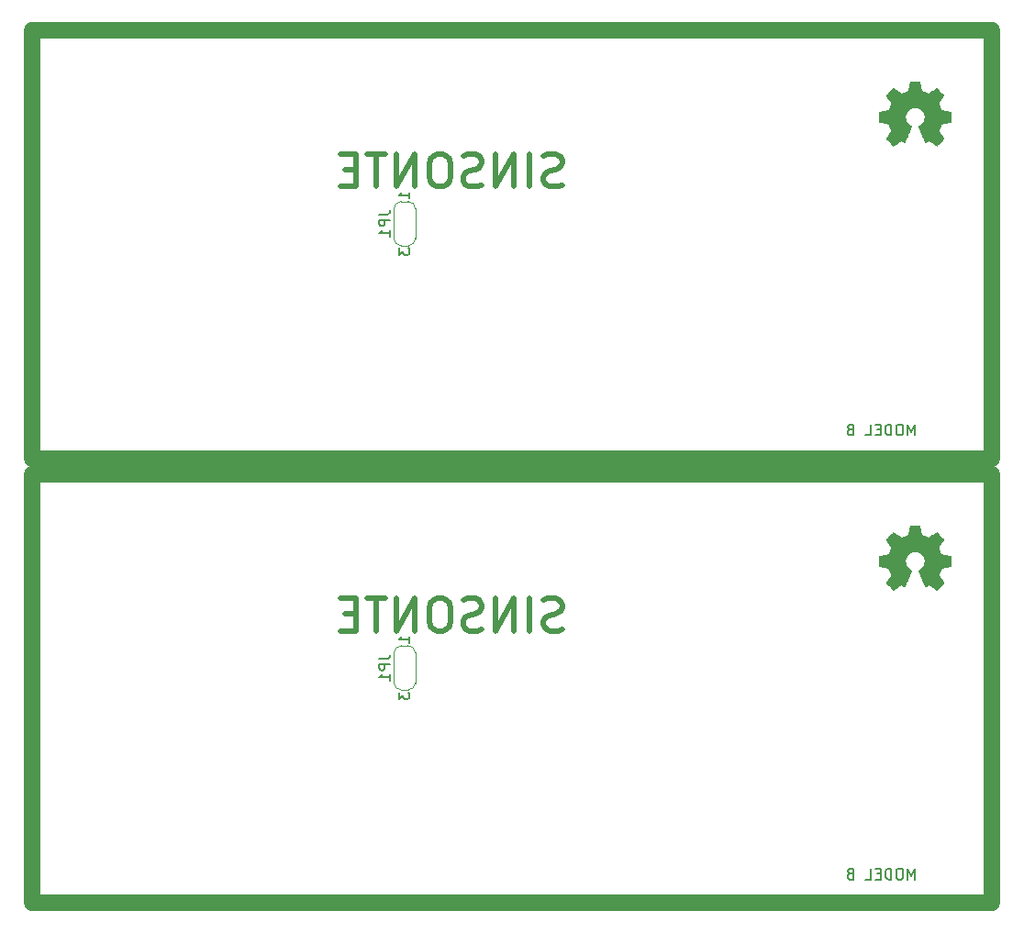
<source format=gbr>
G04 #@! TF.GenerationSoftware,KiCad,Pcbnew,5.1.5+dfsg1-2build2*
G04 #@! TF.CreationDate,2021-11-10T18:08:46-05:00*
G04 #@! TF.ProjectId,,58585858-5858-4585-9858-585858585858,rev?*
G04 #@! TF.SameCoordinates,Original*
G04 #@! TF.FileFunction,Legend,Bot*
G04 #@! TF.FilePolarity,Positive*
%FSLAX46Y46*%
G04 Gerber Fmt 4.6, Leading zero omitted, Abs format (unit mm)*
G04 Created by KiCad (PCBNEW 5.1.5+dfsg1-2build2) date 2021-11-10 18:08:46*
%MOMM*%
%LPD*%
G04 APERTURE LIST*
%ADD10C,1.500000*%
%ADD11C,0.500000*%
%ADD12C,0.150000*%
%ADD13C,0.010000*%
%ADD14C,0.120000*%
G04 APERTURE END LIST*
D10*
X110313000Y-96791900D02*
X198813000Y-96791900D01*
D11*
X159185285Y-111060985D02*
X158756714Y-111203842D01*
X158042428Y-111203842D01*
X157756714Y-111060985D01*
X157613857Y-110918128D01*
X157471000Y-110632414D01*
X157471000Y-110346700D01*
X157613857Y-110060985D01*
X157756714Y-109918128D01*
X158042428Y-109775271D01*
X158613857Y-109632414D01*
X158899571Y-109489557D01*
X159042428Y-109346700D01*
X159185285Y-109060985D01*
X159185285Y-108775271D01*
X159042428Y-108489557D01*
X158899571Y-108346700D01*
X158613857Y-108203842D01*
X157899571Y-108203842D01*
X157471000Y-108346700D01*
X156185285Y-111203842D02*
X156185285Y-108203842D01*
X154756714Y-111203842D02*
X154756714Y-108203842D01*
X153042428Y-111203842D01*
X153042428Y-108203842D01*
X151756714Y-111060985D02*
X151328142Y-111203842D01*
X150613857Y-111203842D01*
X150328142Y-111060985D01*
X150185285Y-110918128D01*
X150042428Y-110632414D01*
X150042428Y-110346700D01*
X150185285Y-110060985D01*
X150328142Y-109918128D01*
X150613857Y-109775271D01*
X151185285Y-109632414D01*
X151471000Y-109489557D01*
X151613857Y-109346700D01*
X151756714Y-109060985D01*
X151756714Y-108775271D01*
X151613857Y-108489557D01*
X151471000Y-108346700D01*
X151185285Y-108203842D01*
X150471000Y-108203842D01*
X150042428Y-108346700D01*
X148185285Y-108203842D02*
X147613857Y-108203842D01*
X147328142Y-108346700D01*
X147042428Y-108632414D01*
X146899571Y-109203842D01*
X146899571Y-110203842D01*
X147042428Y-110775271D01*
X147328142Y-111060985D01*
X147613857Y-111203842D01*
X148185285Y-111203842D01*
X148471000Y-111060985D01*
X148756714Y-110775271D01*
X148899571Y-110203842D01*
X148899571Y-109203842D01*
X148756714Y-108632414D01*
X148471000Y-108346700D01*
X148185285Y-108203842D01*
X145613857Y-111203842D02*
X145613857Y-108203842D01*
X143899571Y-111203842D01*
X143899571Y-108203842D01*
X142899571Y-108203842D02*
X141185285Y-108203842D01*
X142042428Y-111203842D02*
X142042428Y-108203842D01*
X140185285Y-109632414D02*
X139185285Y-109632414D01*
X138756714Y-111203842D02*
X140185285Y-111203842D01*
X140185285Y-108203842D01*
X138756714Y-108203842D01*
D12*
X191753738Y-134149680D02*
X191753738Y-133149680D01*
X191420404Y-133863966D01*
X191087071Y-133149680D01*
X191087071Y-134149680D01*
X190420404Y-133149680D02*
X190229928Y-133149680D01*
X190134690Y-133197300D01*
X190039452Y-133292538D01*
X189991833Y-133483014D01*
X189991833Y-133816347D01*
X190039452Y-134006823D01*
X190134690Y-134102061D01*
X190229928Y-134149680D01*
X190420404Y-134149680D01*
X190515642Y-134102061D01*
X190610880Y-134006823D01*
X190658500Y-133816347D01*
X190658500Y-133483014D01*
X190610880Y-133292538D01*
X190515642Y-133197300D01*
X190420404Y-133149680D01*
X189563261Y-134149680D02*
X189563261Y-133149680D01*
X189325166Y-133149680D01*
X189182309Y-133197300D01*
X189087071Y-133292538D01*
X189039452Y-133387776D01*
X188991833Y-133578252D01*
X188991833Y-133721109D01*
X189039452Y-133911585D01*
X189087071Y-134006823D01*
X189182309Y-134102061D01*
X189325166Y-134149680D01*
X189563261Y-134149680D01*
X188563261Y-133625871D02*
X188229928Y-133625871D01*
X188087071Y-134149680D02*
X188563261Y-134149680D01*
X188563261Y-133149680D01*
X188087071Y-133149680D01*
X187182309Y-134149680D02*
X187658500Y-134149680D01*
X187658500Y-133149680D01*
X185753738Y-133625871D02*
X185610880Y-133673490D01*
X185563261Y-133721109D01*
X185515642Y-133816347D01*
X185515642Y-133959204D01*
X185563261Y-134054442D01*
X185610880Y-134102061D01*
X185706119Y-134149680D01*
X186087071Y-134149680D01*
X186087071Y-133149680D01*
X185753738Y-133149680D01*
X185658500Y-133197300D01*
X185610880Y-133244919D01*
X185563261Y-133340157D01*
X185563261Y-133435395D01*
X185610880Y-133530633D01*
X185658500Y-133578252D01*
X185753738Y-133625871D01*
X186087071Y-133625871D01*
D10*
X198813000Y-96791900D02*
X198813000Y-136291900D01*
X110313000Y-96791900D02*
X110313000Y-136291900D01*
X110313000Y-136291900D02*
X198813000Y-136291900D01*
D12*
X191753738Y-93149680D02*
X191753738Y-92149680D01*
X191420404Y-92863966D01*
X191087071Y-92149680D01*
X191087071Y-93149680D01*
X190420404Y-92149680D02*
X190229928Y-92149680D01*
X190134690Y-92197300D01*
X190039452Y-92292538D01*
X189991833Y-92483014D01*
X189991833Y-92816347D01*
X190039452Y-93006823D01*
X190134690Y-93102061D01*
X190229928Y-93149680D01*
X190420404Y-93149680D01*
X190515642Y-93102061D01*
X190610880Y-93006823D01*
X190658500Y-92816347D01*
X190658500Y-92483014D01*
X190610880Y-92292538D01*
X190515642Y-92197300D01*
X190420404Y-92149680D01*
X189563261Y-93149680D02*
X189563261Y-92149680D01*
X189325166Y-92149680D01*
X189182309Y-92197300D01*
X189087071Y-92292538D01*
X189039452Y-92387776D01*
X188991833Y-92578252D01*
X188991833Y-92721109D01*
X189039452Y-92911585D01*
X189087071Y-93006823D01*
X189182309Y-93102061D01*
X189325166Y-93149680D01*
X189563261Y-93149680D01*
X188563261Y-92625871D02*
X188229928Y-92625871D01*
X188087071Y-93149680D02*
X188563261Y-93149680D01*
X188563261Y-92149680D01*
X188087071Y-92149680D01*
X187182309Y-93149680D02*
X187658500Y-93149680D01*
X187658500Y-92149680D01*
X185753738Y-92625871D02*
X185610880Y-92673490D01*
X185563261Y-92721109D01*
X185515642Y-92816347D01*
X185515642Y-92959204D01*
X185563261Y-93054442D01*
X185610880Y-93102061D01*
X185706119Y-93149680D01*
X186087071Y-93149680D01*
X186087071Y-92149680D01*
X185753738Y-92149680D01*
X185658500Y-92197300D01*
X185610880Y-92244919D01*
X185563261Y-92340157D01*
X185563261Y-92435395D01*
X185610880Y-92530633D01*
X185658500Y-92578252D01*
X185753738Y-92625871D01*
X186087071Y-92625871D01*
D11*
X159185285Y-70060985D02*
X158756714Y-70203842D01*
X158042428Y-70203842D01*
X157756714Y-70060985D01*
X157613857Y-69918128D01*
X157471000Y-69632414D01*
X157471000Y-69346700D01*
X157613857Y-69060985D01*
X157756714Y-68918128D01*
X158042428Y-68775271D01*
X158613857Y-68632414D01*
X158899571Y-68489557D01*
X159042428Y-68346700D01*
X159185285Y-68060985D01*
X159185285Y-67775271D01*
X159042428Y-67489557D01*
X158899571Y-67346700D01*
X158613857Y-67203842D01*
X157899571Y-67203842D01*
X157471000Y-67346700D01*
X156185285Y-70203842D02*
X156185285Y-67203842D01*
X154756714Y-70203842D02*
X154756714Y-67203842D01*
X153042428Y-70203842D01*
X153042428Y-67203842D01*
X151756714Y-70060985D02*
X151328142Y-70203842D01*
X150613857Y-70203842D01*
X150328142Y-70060985D01*
X150185285Y-69918128D01*
X150042428Y-69632414D01*
X150042428Y-69346700D01*
X150185285Y-69060985D01*
X150328142Y-68918128D01*
X150613857Y-68775271D01*
X151185285Y-68632414D01*
X151471000Y-68489557D01*
X151613857Y-68346700D01*
X151756714Y-68060985D01*
X151756714Y-67775271D01*
X151613857Y-67489557D01*
X151471000Y-67346700D01*
X151185285Y-67203842D01*
X150471000Y-67203842D01*
X150042428Y-67346700D01*
X148185285Y-67203842D02*
X147613857Y-67203842D01*
X147328142Y-67346700D01*
X147042428Y-67632414D01*
X146899571Y-68203842D01*
X146899571Y-69203842D01*
X147042428Y-69775271D01*
X147328142Y-70060985D01*
X147613857Y-70203842D01*
X148185285Y-70203842D01*
X148471000Y-70060985D01*
X148756714Y-69775271D01*
X148899571Y-69203842D01*
X148899571Y-68203842D01*
X148756714Y-67632414D01*
X148471000Y-67346700D01*
X148185285Y-67203842D01*
X145613857Y-70203842D02*
X145613857Y-67203842D01*
X143899571Y-70203842D01*
X143899571Y-67203842D01*
X142899571Y-67203842D02*
X141185285Y-67203842D01*
X142042428Y-70203842D02*
X142042428Y-67203842D01*
X140185285Y-68632414D02*
X139185285Y-68632414D01*
X138756714Y-70203842D02*
X140185285Y-70203842D01*
X140185285Y-67203842D01*
X138756714Y-67203842D01*
D10*
X110313000Y-55791900D02*
X198813000Y-55791900D01*
X110313000Y-95291900D02*
X198813000Y-95291900D01*
X110313000Y-55791900D02*
X110313000Y-95291900D01*
X198813000Y-55791900D02*
X198813000Y-95291900D01*
D13*
G36*
X191176086Y-101930831D02*
G01*
X191092265Y-102375455D01*
X190782980Y-102502953D01*
X190473694Y-102630451D01*
X190102654Y-102378146D01*
X189998743Y-102307896D01*
X189904813Y-102245172D01*
X189825248Y-102192838D01*
X189764430Y-102153757D01*
X189726743Y-102130793D01*
X189716479Y-102125842D01*
X189697990Y-102138576D01*
X189658480Y-102173782D01*
X189602378Y-102226962D01*
X189534113Y-102293618D01*
X189458114Y-102369254D01*
X189378808Y-102449372D01*
X189300625Y-102529474D01*
X189227993Y-102605064D01*
X189165341Y-102671645D01*
X189117097Y-102724718D01*
X189087690Y-102759787D01*
X189080659Y-102771523D01*
X189090777Y-102793160D01*
X189119141Y-102840562D01*
X189162771Y-102909093D01*
X189218682Y-102994115D01*
X189283894Y-103090993D01*
X189321681Y-103146250D01*
X189390557Y-103247148D01*
X189451760Y-103338199D01*
X189502322Y-103414870D01*
X189539272Y-103472628D01*
X189559642Y-103506943D01*
X189562703Y-103514154D01*
X189555764Y-103534648D01*
X189536849Y-103582413D01*
X189508813Y-103650732D01*
X189474509Y-103732889D01*
X189436791Y-103822170D01*
X189398513Y-103911858D01*
X189362530Y-103995238D01*
X189331694Y-104065594D01*
X189308861Y-104116210D01*
X189296883Y-104140371D01*
X189296176Y-104141322D01*
X189277369Y-104145936D01*
X189227282Y-104156228D01*
X189151107Y-104171187D01*
X189054035Y-104189801D01*
X188941257Y-104211059D01*
X188875458Y-104223318D01*
X188754950Y-104246262D01*
X188646103Y-104268095D01*
X188554424Y-104287622D01*
X188485419Y-104303648D01*
X188444596Y-104314979D01*
X188436389Y-104318574D01*
X188428352Y-104342906D01*
X188421867Y-104397859D01*
X188416930Y-104477008D01*
X188413536Y-104573926D01*
X188411682Y-104682187D01*
X188411362Y-104795365D01*
X188412573Y-104907035D01*
X188415310Y-105010768D01*
X188419569Y-105100141D01*
X188425345Y-105168726D01*
X188432633Y-105210097D01*
X188437005Y-105218710D01*
X188463136Y-105229033D01*
X188518507Y-105243792D01*
X188595793Y-105261252D01*
X188687670Y-105279680D01*
X188719742Y-105285641D01*
X188874376Y-105313966D01*
X188996525Y-105336776D01*
X189090227Y-105354980D01*
X189159516Y-105369483D01*
X189208429Y-105381192D01*
X189241003Y-105391015D01*
X189261272Y-105399856D01*
X189273274Y-105408624D01*
X189274953Y-105410357D01*
X189291716Y-105438271D01*
X189317286Y-105492595D01*
X189349112Y-105566677D01*
X189384640Y-105653865D01*
X189421317Y-105747508D01*
X189456589Y-105840952D01*
X189487904Y-105927547D01*
X189512707Y-106000640D01*
X189528446Y-106053578D01*
X189532568Y-106079711D01*
X189532224Y-106080626D01*
X189518259Y-106101986D01*
X189486578Y-106148984D01*
X189440509Y-106216727D01*
X189383382Y-106300323D01*
X189318527Y-106394882D01*
X189300057Y-106421754D01*
X189234201Y-106519175D01*
X189176250Y-106608063D01*
X189129362Y-106683312D01*
X189096693Y-106739820D01*
X189081400Y-106772481D01*
X189080659Y-106776493D01*
X189093508Y-106797584D01*
X189129012Y-106839364D01*
X189182607Y-106897345D01*
X189249729Y-106967035D01*
X189325813Y-107043945D01*
X189406296Y-107123583D01*
X189486613Y-107201461D01*
X189562201Y-107273086D01*
X189628495Y-107333970D01*
X189680931Y-107379621D01*
X189714945Y-107405550D01*
X189724355Y-107409783D01*
X189746257Y-107399812D01*
X189791100Y-107372920D01*
X189851579Y-107333636D01*
X189898111Y-107302017D01*
X189982425Y-107243998D01*
X190082274Y-107175684D01*
X190182427Y-107107479D01*
X190236273Y-107070975D01*
X190418529Y-106947700D01*
X190571519Y-107030420D01*
X190641218Y-107066659D01*
X190700486Y-107094826D01*
X190740589Y-107110891D01*
X190750797Y-107113126D01*
X190763071Y-107096622D01*
X190787287Y-107049982D01*
X190821637Y-106977509D01*
X190864312Y-106883506D01*
X190913506Y-106772274D01*
X190967410Y-106648115D01*
X191024216Y-106515332D01*
X191082118Y-106378227D01*
X191139307Y-106241102D01*
X191193976Y-106108258D01*
X191244316Y-105983998D01*
X191288520Y-105872625D01*
X191324781Y-105778439D01*
X191351291Y-105705744D01*
X191366242Y-105658841D01*
X191368646Y-105642733D01*
X191349589Y-105622186D01*
X191307864Y-105588833D01*
X191252194Y-105549602D01*
X191247522Y-105546499D01*
X191103636Y-105431323D01*
X190987617Y-105296953D01*
X190900470Y-105147684D01*
X190843201Y-104987813D01*
X190816814Y-104821637D01*
X190822315Y-104653452D01*
X190860710Y-104487555D01*
X190933005Y-104328242D01*
X190954274Y-104293387D01*
X191064904Y-104152637D01*
X191195598Y-104039614D01*
X191341836Y-103954903D01*
X191499092Y-103899094D01*
X191662843Y-103872774D01*
X191828567Y-103876530D01*
X191991738Y-103910950D01*
X192147835Y-103976623D01*
X192292333Y-104074135D01*
X192337031Y-104113713D01*
X192450788Y-104237603D01*
X192533682Y-104368024D01*
X192590544Y-104514215D01*
X192622213Y-104658988D01*
X192630031Y-104821760D01*
X192603962Y-104985340D01*
X192546655Y-105144198D01*
X192460756Y-105292806D01*
X192348914Y-105425635D01*
X192213777Y-105537156D01*
X192196017Y-105548911D01*
X192139750Y-105587408D01*
X192096977Y-105620763D01*
X192076528Y-105642060D01*
X192076231Y-105642733D01*
X192080621Y-105665771D01*
X192098024Y-105718057D01*
X192126632Y-105795290D01*
X192164635Y-105893168D01*
X192210226Y-106007391D01*
X192261597Y-106133658D01*
X192316938Y-106267667D01*
X192374442Y-106405118D01*
X192432299Y-106541708D01*
X192488702Y-106673137D01*
X192541842Y-106795105D01*
X192589910Y-106903309D01*
X192631099Y-106993449D01*
X192663599Y-107061223D01*
X192685603Y-107102330D01*
X192694464Y-107113126D01*
X192721540Y-107104719D01*
X192772203Y-107082172D01*
X192837717Y-107049513D01*
X192873741Y-107030420D01*
X193026732Y-106947700D01*
X193208988Y-107070975D01*
X193302025Y-107134128D01*
X193403885Y-107203627D01*
X193499338Y-107269065D01*
X193547150Y-107302017D01*
X193614395Y-107347173D01*
X193671336Y-107382957D01*
X193710546Y-107404838D01*
X193723281Y-107409463D01*
X193741817Y-107396985D01*
X193782841Y-107362152D01*
X193842375Y-107308578D01*
X193916442Y-107239883D01*
X194001065Y-107159681D01*
X194054585Y-107108186D01*
X194148219Y-107016186D01*
X194229141Y-106933899D01*
X194294077Y-106864845D01*
X194339758Y-106812544D01*
X194362911Y-106780516D01*
X194365132Y-106774016D01*
X194354824Y-106749294D01*
X194326339Y-106699305D01*
X194282837Y-106629112D01*
X194227477Y-106543775D01*
X194163420Y-106448356D01*
X194145203Y-106421754D01*
X194078827Y-106325067D01*
X194019278Y-106238017D01*
X193969884Y-106165495D01*
X193933975Y-106112393D01*
X193914881Y-106083603D01*
X193913036Y-106080626D01*
X193915795Y-106057682D01*
X193930438Y-106007236D01*
X193954413Y-105935941D01*
X193985166Y-105850447D01*
X194020144Y-105757407D01*
X194056793Y-105663474D01*
X194092561Y-105575299D01*
X194124894Y-105499534D01*
X194151238Y-105442831D01*
X194169042Y-105411843D01*
X194170307Y-105410357D01*
X194181194Y-105401501D01*
X194199582Y-105392743D01*
X194229506Y-105383177D01*
X194275003Y-105371896D01*
X194340109Y-105357993D01*
X194428861Y-105340563D01*
X194545293Y-105318698D01*
X194693442Y-105291491D01*
X194725518Y-105285641D01*
X194820586Y-105267274D01*
X194903465Y-105249305D01*
X194966830Y-105233469D01*
X195003358Y-105221500D01*
X195008256Y-105218710D01*
X195016327Y-105193972D01*
X195022887Y-105138690D01*
X195027933Y-105059289D01*
X195031459Y-104962196D01*
X195033461Y-104853838D01*
X195033936Y-104740640D01*
X195032877Y-104629028D01*
X195030282Y-104525429D01*
X195026146Y-104436268D01*
X195020463Y-104367972D01*
X195013231Y-104326966D01*
X195008871Y-104318574D01*
X194984598Y-104310108D01*
X194929326Y-104296335D01*
X194848562Y-104278450D01*
X194747812Y-104257648D01*
X194632583Y-104235123D01*
X194569802Y-104223318D01*
X194450687Y-104201051D01*
X194344465Y-104180879D01*
X194256327Y-104163815D01*
X194191466Y-104150869D01*
X194155074Y-104143055D01*
X194149084Y-104141322D01*
X194138961Y-104121790D01*
X194117562Y-104074743D01*
X194087739Y-104006903D01*
X194052345Y-103924991D01*
X194014232Y-103835728D01*
X193976253Y-103745835D01*
X193941260Y-103662035D01*
X193912106Y-103591047D01*
X193891643Y-103539594D01*
X193882723Y-103514397D01*
X193882557Y-103513296D01*
X193892669Y-103493419D01*
X193921017Y-103447677D01*
X193964623Y-103380617D01*
X194020506Y-103296784D01*
X194085687Y-103200726D01*
X194123579Y-103145550D01*
X194192625Y-103044381D01*
X194253950Y-102952530D01*
X194304563Y-102874644D01*
X194341471Y-102815369D01*
X194361682Y-102779351D01*
X194364601Y-102771277D01*
X194352053Y-102752484D01*
X194317363Y-102712357D01*
X194264963Y-102655393D01*
X194199284Y-102586085D01*
X194124756Y-102508931D01*
X194045813Y-102428425D01*
X193966883Y-102349063D01*
X193892400Y-102275340D01*
X193826794Y-102211752D01*
X193774496Y-102162794D01*
X193739939Y-102132961D01*
X193728378Y-102125842D01*
X193709554Y-102135853D01*
X193664531Y-102163978D01*
X193597687Y-102207354D01*
X193513399Y-102263118D01*
X193416044Y-102328406D01*
X193342607Y-102378146D01*
X192971567Y-102630451D01*
X192352995Y-102375455D01*
X192269175Y-101930831D01*
X192185354Y-101486207D01*
X191259906Y-101486207D01*
X191176086Y-101930831D01*
G37*
X191176086Y-101930831D02*
X191092265Y-102375455D01*
X190782980Y-102502953D01*
X190473694Y-102630451D01*
X190102654Y-102378146D01*
X189998743Y-102307896D01*
X189904813Y-102245172D01*
X189825248Y-102192838D01*
X189764430Y-102153757D01*
X189726743Y-102130793D01*
X189716479Y-102125842D01*
X189697990Y-102138576D01*
X189658480Y-102173782D01*
X189602378Y-102226962D01*
X189534113Y-102293618D01*
X189458114Y-102369254D01*
X189378808Y-102449372D01*
X189300625Y-102529474D01*
X189227993Y-102605064D01*
X189165341Y-102671645D01*
X189117097Y-102724718D01*
X189087690Y-102759787D01*
X189080659Y-102771523D01*
X189090777Y-102793160D01*
X189119141Y-102840562D01*
X189162771Y-102909093D01*
X189218682Y-102994115D01*
X189283894Y-103090993D01*
X189321681Y-103146250D01*
X189390557Y-103247148D01*
X189451760Y-103338199D01*
X189502322Y-103414870D01*
X189539272Y-103472628D01*
X189559642Y-103506943D01*
X189562703Y-103514154D01*
X189555764Y-103534648D01*
X189536849Y-103582413D01*
X189508813Y-103650732D01*
X189474509Y-103732889D01*
X189436791Y-103822170D01*
X189398513Y-103911858D01*
X189362530Y-103995238D01*
X189331694Y-104065594D01*
X189308861Y-104116210D01*
X189296883Y-104140371D01*
X189296176Y-104141322D01*
X189277369Y-104145936D01*
X189227282Y-104156228D01*
X189151107Y-104171187D01*
X189054035Y-104189801D01*
X188941257Y-104211059D01*
X188875458Y-104223318D01*
X188754950Y-104246262D01*
X188646103Y-104268095D01*
X188554424Y-104287622D01*
X188485419Y-104303648D01*
X188444596Y-104314979D01*
X188436389Y-104318574D01*
X188428352Y-104342906D01*
X188421867Y-104397859D01*
X188416930Y-104477008D01*
X188413536Y-104573926D01*
X188411682Y-104682187D01*
X188411362Y-104795365D01*
X188412573Y-104907035D01*
X188415310Y-105010768D01*
X188419569Y-105100141D01*
X188425345Y-105168726D01*
X188432633Y-105210097D01*
X188437005Y-105218710D01*
X188463136Y-105229033D01*
X188518507Y-105243792D01*
X188595793Y-105261252D01*
X188687670Y-105279680D01*
X188719742Y-105285641D01*
X188874376Y-105313966D01*
X188996525Y-105336776D01*
X189090227Y-105354980D01*
X189159516Y-105369483D01*
X189208429Y-105381192D01*
X189241003Y-105391015D01*
X189261272Y-105399856D01*
X189273274Y-105408624D01*
X189274953Y-105410357D01*
X189291716Y-105438271D01*
X189317286Y-105492595D01*
X189349112Y-105566677D01*
X189384640Y-105653865D01*
X189421317Y-105747508D01*
X189456589Y-105840952D01*
X189487904Y-105927547D01*
X189512707Y-106000640D01*
X189528446Y-106053578D01*
X189532568Y-106079711D01*
X189532224Y-106080626D01*
X189518259Y-106101986D01*
X189486578Y-106148984D01*
X189440509Y-106216727D01*
X189383382Y-106300323D01*
X189318527Y-106394882D01*
X189300057Y-106421754D01*
X189234201Y-106519175D01*
X189176250Y-106608063D01*
X189129362Y-106683312D01*
X189096693Y-106739820D01*
X189081400Y-106772481D01*
X189080659Y-106776493D01*
X189093508Y-106797584D01*
X189129012Y-106839364D01*
X189182607Y-106897345D01*
X189249729Y-106967035D01*
X189325813Y-107043945D01*
X189406296Y-107123583D01*
X189486613Y-107201461D01*
X189562201Y-107273086D01*
X189628495Y-107333970D01*
X189680931Y-107379621D01*
X189714945Y-107405550D01*
X189724355Y-107409783D01*
X189746257Y-107399812D01*
X189791100Y-107372920D01*
X189851579Y-107333636D01*
X189898111Y-107302017D01*
X189982425Y-107243998D01*
X190082274Y-107175684D01*
X190182427Y-107107479D01*
X190236273Y-107070975D01*
X190418529Y-106947700D01*
X190571519Y-107030420D01*
X190641218Y-107066659D01*
X190700486Y-107094826D01*
X190740589Y-107110891D01*
X190750797Y-107113126D01*
X190763071Y-107096622D01*
X190787287Y-107049982D01*
X190821637Y-106977509D01*
X190864312Y-106883506D01*
X190913506Y-106772274D01*
X190967410Y-106648115D01*
X191024216Y-106515332D01*
X191082118Y-106378227D01*
X191139307Y-106241102D01*
X191193976Y-106108258D01*
X191244316Y-105983998D01*
X191288520Y-105872625D01*
X191324781Y-105778439D01*
X191351291Y-105705744D01*
X191366242Y-105658841D01*
X191368646Y-105642733D01*
X191349589Y-105622186D01*
X191307864Y-105588833D01*
X191252194Y-105549602D01*
X191247522Y-105546499D01*
X191103636Y-105431323D01*
X190987617Y-105296953D01*
X190900470Y-105147684D01*
X190843201Y-104987813D01*
X190816814Y-104821637D01*
X190822315Y-104653452D01*
X190860710Y-104487555D01*
X190933005Y-104328242D01*
X190954274Y-104293387D01*
X191064904Y-104152637D01*
X191195598Y-104039614D01*
X191341836Y-103954903D01*
X191499092Y-103899094D01*
X191662843Y-103872774D01*
X191828567Y-103876530D01*
X191991738Y-103910950D01*
X192147835Y-103976623D01*
X192292333Y-104074135D01*
X192337031Y-104113713D01*
X192450788Y-104237603D01*
X192533682Y-104368024D01*
X192590544Y-104514215D01*
X192622213Y-104658988D01*
X192630031Y-104821760D01*
X192603962Y-104985340D01*
X192546655Y-105144198D01*
X192460756Y-105292806D01*
X192348914Y-105425635D01*
X192213777Y-105537156D01*
X192196017Y-105548911D01*
X192139750Y-105587408D01*
X192096977Y-105620763D01*
X192076528Y-105642060D01*
X192076231Y-105642733D01*
X192080621Y-105665771D01*
X192098024Y-105718057D01*
X192126632Y-105795290D01*
X192164635Y-105893168D01*
X192210226Y-106007391D01*
X192261597Y-106133658D01*
X192316938Y-106267667D01*
X192374442Y-106405118D01*
X192432299Y-106541708D01*
X192488702Y-106673137D01*
X192541842Y-106795105D01*
X192589910Y-106903309D01*
X192631099Y-106993449D01*
X192663599Y-107061223D01*
X192685603Y-107102330D01*
X192694464Y-107113126D01*
X192721540Y-107104719D01*
X192772203Y-107082172D01*
X192837717Y-107049513D01*
X192873741Y-107030420D01*
X193026732Y-106947700D01*
X193208988Y-107070975D01*
X193302025Y-107134128D01*
X193403885Y-107203627D01*
X193499338Y-107269065D01*
X193547150Y-107302017D01*
X193614395Y-107347173D01*
X193671336Y-107382957D01*
X193710546Y-107404838D01*
X193723281Y-107409463D01*
X193741817Y-107396985D01*
X193782841Y-107362152D01*
X193842375Y-107308578D01*
X193916442Y-107239883D01*
X194001065Y-107159681D01*
X194054585Y-107108186D01*
X194148219Y-107016186D01*
X194229141Y-106933899D01*
X194294077Y-106864845D01*
X194339758Y-106812544D01*
X194362911Y-106780516D01*
X194365132Y-106774016D01*
X194354824Y-106749294D01*
X194326339Y-106699305D01*
X194282837Y-106629112D01*
X194227477Y-106543775D01*
X194163420Y-106448356D01*
X194145203Y-106421754D01*
X194078827Y-106325067D01*
X194019278Y-106238017D01*
X193969884Y-106165495D01*
X193933975Y-106112393D01*
X193914881Y-106083603D01*
X193913036Y-106080626D01*
X193915795Y-106057682D01*
X193930438Y-106007236D01*
X193954413Y-105935941D01*
X193985166Y-105850447D01*
X194020144Y-105757407D01*
X194056793Y-105663474D01*
X194092561Y-105575299D01*
X194124894Y-105499534D01*
X194151238Y-105442831D01*
X194169042Y-105411843D01*
X194170307Y-105410357D01*
X194181194Y-105401501D01*
X194199582Y-105392743D01*
X194229506Y-105383177D01*
X194275003Y-105371896D01*
X194340109Y-105357993D01*
X194428861Y-105340563D01*
X194545293Y-105318698D01*
X194693442Y-105291491D01*
X194725518Y-105285641D01*
X194820586Y-105267274D01*
X194903465Y-105249305D01*
X194966830Y-105233469D01*
X195003358Y-105221500D01*
X195008256Y-105218710D01*
X195016327Y-105193972D01*
X195022887Y-105138690D01*
X195027933Y-105059289D01*
X195031459Y-104962196D01*
X195033461Y-104853838D01*
X195033936Y-104740640D01*
X195032877Y-104629028D01*
X195030282Y-104525429D01*
X195026146Y-104436268D01*
X195020463Y-104367972D01*
X195013231Y-104326966D01*
X195008871Y-104318574D01*
X194984598Y-104310108D01*
X194929326Y-104296335D01*
X194848562Y-104278450D01*
X194747812Y-104257648D01*
X194632583Y-104235123D01*
X194569802Y-104223318D01*
X194450687Y-104201051D01*
X194344465Y-104180879D01*
X194256327Y-104163815D01*
X194191466Y-104150869D01*
X194155074Y-104143055D01*
X194149084Y-104141322D01*
X194138961Y-104121790D01*
X194117562Y-104074743D01*
X194087739Y-104006903D01*
X194052345Y-103924991D01*
X194014232Y-103835728D01*
X193976253Y-103745835D01*
X193941260Y-103662035D01*
X193912106Y-103591047D01*
X193891643Y-103539594D01*
X193882723Y-103514397D01*
X193882557Y-103513296D01*
X193892669Y-103493419D01*
X193921017Y-103447677D01*
X193964623Y-103380617D01*
X194020506Y-103296784D01*
X194085687Y-103200726D01*
X194123579Y-103145550D01*
X194192625Y-103044381D01*
X194253950Y-102952530D01*
X194304563Y-102874644D01*
X194341471Y-102815369D01*
X194361682Y-102779351D01*
X194364601Y-102771277D01*
X194352053Y-102752484D01*
X194317363Y-102712357D01*
X194264963Y-102655393D01*
X194199284Y-102586085D01*
X194124756Y-102508931D01*
X194045813Y-102428425D01*
X193966883Y-102349063D01*
X193892400Y-102275340D01*
X193826794Y-102211752D01*
X193774496Y-102162794D01*
X193739939Y-102132961D01*
X193728378Y-102125842D01*
X193709554Y-102135853D01*
X193664531Y-102163978D01*
X193597687Y-102207354D01*
X193513399Y-102263118D01*
X193416044Y-102328406D01*
X193342607Y-102378146D01*
X192971567Y-102630451D01*
X192352995Y-102375455D01*
X192269175Y-101930831D01*
X192185354Y-101486207D01*
X191259906Y-101486207D01*
X191176086Y-101930831D01*
D14*
X144953000Y-112571900D02*
X144353000Y-112571900D01*
X145653000Y-116021900D02*
X145653000Y-113221900D01*
X144353000Y-116671900D02*
X144953000Y-116671900D01*
X143653000Y-113221900D02*
X143653000Y-116021900D01*
X143653000Y-115971900D02*
G75*
G03X144353000Y-116671900I700000J0D01*
G01*
X144953000Y-116671900D02*
G75*
G03X145653000Y-115971900I0J700000D01*
G01*
X145653000Y-113271900D02*
G75*
G03X144953000Y-112571900I-700000J0D01*
G01*
X144353000Y-112571900D02*
G75*
G03X143653000Y-113271900I0J-700000D01*
G01*
D13*
G36*
X191176086Y-60930831D02*
G01*
X191092265Y-61375455D01*
X190782980Y-61502953D01*
X190473694Y-61630451D01*
X190102654Y-61378146D01*
X189998743Y-61307896D01*
X189904813Y-61245172D01*
X189825248Y-61192838D01*
X189764430Y-61153757D01*
X189726743Y-61130793D01*
X189716479Y-61125842D01*
X189697990Y-61138576D01*
X189658480Y-61173782D01*
X189602378Y-61226962D01*
X189534113Y-61293618D01*
X189458114Y-61369254D01*
X189378808Y-61449372D01*
X189300625Y-61529474D01*
X189227993Y-61605064D01*
X189165341Y-61671645D01*
X189117097Y-61724718D01*
X189087690Y-61759787D01*
X189080659Y-61771523D01*
X189090777Y-61793160D01*
X189119141Y-61840562D01*
X189162771Y-61909093D01*
X189218682Y-61994115D01*
X189283894Y-62090993D01*
X189321681Y-62146250D01*
X189390557Y-62247148D01*
X189451760Y-62338199D01*
X189502322Y-62414870D01*
X189539272Y-62472628D01*
X189559642Y-62506943D01*
X189562703Y-62514154D01*
X189555764Y-62534648D01*
X189536849Y-62582413D01*
X189508813Y-62650732D01*
X189474509Y-62732889D01*
X189436791Y-62822170D01*
X189398513Y-62911858D01*
X189362530Y-62995238D01*
X189331694Y-63065594D01*
X189308861Y-63116210D01*
X189296883Y-63140371D01*
X189296176Y-63141322D01*
X189277369Y-63145936D01*
X189227282Y-63156228D01*
X189151107Y-63171187D01*
X189054035Y-63189801D01*
X188941257Y-63211059D01*
X188875458Y-63223318D01*
X188754950Y-63246262D01*
X188646103Y-63268095D01*
X188554424Y-63287622D01*
X188485419Y-63303648D01*
X188444596Y-63314979D01*
X188436389Y-63318574D01*
X188428352Y-63342906D01*
X188421867Y-63397859D01*
X188416930Y-63477008D01*
X188413536Y-63573926D01*
X188411682Y-63682187D01*
X188411362Y-63795365D01*
X188412573Y-63907035D01*
X188415310Y-64010768D01*
X188419569Y-64100141D01*
X188425345Y-64168726D01*
X188432633Y-64210097D01*
X188437005Y-64218710D01*
X188463136Y-64229033D01*
X188518507Y-64243792D01*
X188595793Y-64261252D01*
X188687670Y-64279680D01*
X188719742Y-64285641D01*
X188874376Y-64313966D01*
X188996525Y-64336776D01*
X189090227Y-64354980D01*
X189159516Y-64369483D01*
X189208429Y-64381192D01*
X189241003Y-64391015D01*
X189261272Y-64399856D01*
X189273274Y-64408624D01*
X189274953Y-64410357D01*
X189291716Y-64438271D01*
X189317286Y-64492595D01*
X189349112Y-64566677D01*
X189384640Y-64653865D01*
X189421317Y-64747508D01*
X189456589Y-64840952D01*
X189487904Y-64927547D01*
X189512707Y-65000640D01*
X189528446Y-65053578D01*
X189532568Y-65079711D01*
X189532224Y-65080626D01*
X189518259Y-65101986D01*
X189486578Y-65148984D01*
X189440509Y-65216727D01*
X189383382Y-65300323D01*
X189318527Y-65394882D01*
X189300057Y-65421754D01*
X189234201Y-65519175D01*
X189176250Y-65608063D01*
X189129362Y-65683312D01*
X189096693Y-65739820D01*
X189081400Y-65772481D01*
X189080659Y-65776493D01*
X189093508Y-65797584D01*
X189129012Y-65839364D01*
X189182607Y-65897345D01*
X189249729Y-65967035D01*
X189325813Y-66043945D01*
X189406296Y-66123583D01*
X189486613Y-66201461D01*
X189562201Y-66273086D01*
X189628495Y-66333970D01*
X189680931Y-66379621D01*
X189714945Y-66405550D01*
X189724355Y-66409783D01*
X189746257Y-66399812D01*
X189791100Y-66372920D01*
X189851579Y-66333636D01*
X189898111Y-66302017D01*
X189982425Y-66243998D01*
X190082274Y-66175684D01*
X190182427Y-66107479D01*
X190236273Y-66070975D01*
X190418529Y-65947700D01*
X190571519Y-66030420D01*
X190641218Y-66066659D01*
X190700486Y-66094826D01*
X190740589Y-66110891D01*
X190750797Y-66113126D01*
X190763071Y-66096622D01*
X190787287Y-66049982D01*
X190821637Y-65977509D01*
X190864312Y-65883506D01*
X190913506Y-65772274D01*
X190967410Y-65648115D01*
X191024216Y-65515332D01*
X191082118Y-65378227D01*
X191139307Y-65241102D01*
X191193976Y-65108258D01*
X191244316Y-64983998D01*
X191288520Y-64872625D01*
X191324781Y-64778439D01*
X191351291Y-64705744D01*
X191366242Y-64658841D01*
X191368646Y-64642733D01*
X191349589Y-64622186D01*
X191307864Y-64588833D01*
X191252194Y-64549602D01*
X191247522Y-64546499D01*
X191103636Y-64431323D01*
X190987617Y-64296953D01*
X190900470Y-64147684D01*
X190843201Y-63987813D01*
X190816814Y-63821637D01*
X190822315Y-63653452D01*
X190860710Y-63487555D01*
X190933005Y-63328242D01*
X190954274Y-63293387D01*
X191064904Y-63152637D01*
X191195598Y-63039614D01*
X191341836Y-62954903D01*
X191499092Y-62899094D01*
X191662843Y-62872774D01*
X191828567Y-62876530D01*
X191991738Y-62910950D01*
X192147835Y-62976623D01*
X192292333Y-63074135D01*
X192337031Y-63113713D01*
X192450788Y-63237603D01*
X192533682Y-63368024D01*
X192590544Y-63514215D01*
X192622213Y-63658988D01*
X192630031Y-63821760D01*
X192603962Y-63985340D01*
X192546655Y-64144198D01*
X192460756Y-64292806D01*
X192348914Y-64425635D01*
X192213777Y-64537156D01*
X192196017Y-64548911D01*
X192139750Y-64587408D01*
X192096977Y-64620763D01*
X192076528Y-64642060D01*
X192076231Y-64642733D01*
X192080621Y-64665771D01*
X192098024Y-64718057D01*
X192126632Y-64795290D01*
X192164635Y-64893168D01*
X192210226Y-65007391D01*
X192261597Y-65133658D01*
X192316938Y-65267667D01*
X192374442Y-65405118D01*
X192432299Y-65541708D01*
X192488702Y-65673137D01*
X192541842Y-65795105D01*
X192589910Y-65903309D01*
X192631099Y-65993449D01*
X192663599Y-66061223D01*
X192685603Y-66102330D01*
X192694464Y-66113126D01*
X192721540Y-66104719D01*
X192772203Y-66082172D01*
X192837717Y-66049513D01*
X192873741Y-66030420D01*
X193026732Y-65947700D01*
X193208988Y-66070975D01*
X193302025Y-66134128D01*
X193403885Y-66203627D01*
X193499338Y-66269065D01*
X193547150Y-66302017D01*
X193614395Y-66347173D01*
X193671336Y-66382957D01*
X193710546Y-66404838D01*
X193723281Y-66409463D01*
X193741817Y-66396985D01*
X193782841Y-66362152D01*
X193842375Y-66308578D01*
X193916442Y-66239883D01*
X194001065Y-66159681D01*
X194054585Y-66108186D01*
X194148219Y-66016186D01*
X194229141Y-65933899D01*
X194294077Y-65864845D01*
X194339758Y-65812544D01*
X194362911Y-65780516D01*
X194365132Y-65774016D01*
X194354824Y-65749294D01*
X194326339Y-65699305D01*
X194282837Y-65629112D01*
X194227477Y-65543775D01*
X194163420Y-65448356D01*
X194145203Y-65421754D01*
X194078827Y-65325067D01*
X194019278Y-65238017D01*
X193969884Y-65165495D01*
X193933975Y-65112393D01*
X193914881Y-65083603D01*
X193913036Y-65080626D01*
X193915795Y-65057682D01*
X193930438Y-65007236D01*
X193954413Y-64935941D01*
X193985166Y-64850447D01*
X194020144Y-64757407D01*
X194056793Y-64663474D01*
X194092561Y-64575299D01*
X194124894Y-64499534D01*
X194151238Y-64442831D01*
X194169042Y-64411843D01*
X194170307Y-64410357D01*
X194181194Y-64401501D01*
X194199582Y-64392743D01*
X194229506Y-64383177D01*
X194275003Y-64371896D01*
X194340109Y-64357993D01*
X194428861Y-64340563D01*
X194545293Y-64318698D01*
X194693442Y-64291491D01*
X194725518Y-64285641D01*
X194820586Y-64267274D01*
X194903465Y-64249305D01*
X194966830Y-64233469D01*
X195003358Y-64221500D01*
X195008256Y-64218710D01*
X195016327Y-64193972D01*
X195022887Y-64138690D01*
X195027933Y-64059289D01*
X195031459Y-63962196D01*
X195033461Y-63853838D01*
X195033936Y-63740640D01*
X195032877Y-63629028D01*
X195030282Y-63525429D01*
X195026146Y-63436268D01*
X195020463Y-63367972D01*
X195013231Y-63326966D01*
X195008871Y-63318574D01*
X194984598Y-63310108D01*
X194929326Y-63296335D01*
X194848562Y-63278450D01*
X194747812Y-63257648D01*
X194632583Y-63235123D01*
X194569802Y-63223318D01*
X194450687Y-63201051D01*
X194344465Y-63180879D01*
X194256327Y-63163815D01*
X194191466Y-63150869D01*
X194155074Y-63143055D01*
X194149084Y-63141322D01*
X194138961Y-63121790D01*
X194117562Y-63074743D01*
X194087739Y-63006903D01*
X194052345Y-62924991D01*
X194014232Y-62835728D01*
X193976253Y-62745835D01*
X193941260Y-62662035D01*
X193912106Y-62591047D01*
X193891643Y-62539594D01*
X193882723Y-62514397D01*
X193882557Y-62513296D01*
X193892669Y-62493419D01*
X193921017Y-62447677D01*
X193964623Y-62380617D01*
X194020506Y-62296784D01*
X194085687Y-62200726D01*
X194123579Y-62145550D01*
X194192625Y-62044381D01*
X194253950Y-61952530D01*
X194304563Y-61874644D01*
X194341471Y-61815369D01*
X194361682Y-61779351D01*
X194364601Y-61771277D01*
X194352053Y-61752484D01*
X194317363Y-61712357D01*
X194264963Y-61655393D01*
X194199284Y-61586085D01*
X194124756Y-61508931D01*
X194045813Y-61428425D01*
X193966883Y-61349063D01*
X193892400Y-61275340D01*
X193826794Y-61211752D01*
X193774496Y-61162794D01*
X193739939Y-61132961D01*
X193728378Y-61125842D01*
X193709554Y-61135853D01*
X193664531Y-61163978D01*
X193597687Y-61207354D01*
X193513399Y-61263118D01*
X193416044Y-61328406D01*
X193342607Y-61378146D01*
X192971567Y-61630451D01*
X192352995Y-61375455D01*
X192269175Y-60930831D01*
X192185354Y-60486207D01*
X191259906Y-60486207D01*
X191176086Y-60930831D01*
G37*
X191176086Y-60930831D02*
X191092265Y-61375455D01*
X190782980Y-61502953D01*
X190473694Y-61630451D01*
X190102654Y-61378146D01*
X189998743Y-61307896D01*
X189904813Y-61245172D01*
X189825248Y-61192838D01*
X189764430Y-61153757D01*
X189726743Y-61130793D01*
X189716479Y-61125842D01*
X189697990Y-61138576D01*
X189658480Y-61173782D01*
X189602378Y-61226962D01*
X189534113Y-61293618D01*
X189458114Y-61369254D01*
X189378808Y-61449372D01*
X189300625Y-61529474D01*
X189227993Y-61605064D01*
X189165341Y-61671645D01*
X189117097Y-61724718D01*
X189087690Y-61759787D01*
X189080659Y-61771523D01*
X189090777Y-61793160D01*
X189119141Y-61840562D01*
X189162771Y-61909093D01*
X189218682Y-61994115D01*
X189283894Y-62090993D01*
X189321681Y-62146250D01*
X189390557Y-62247148D01*
X189451760Y-62338199D01*
X189502322Y-62414870D01*
X189539272Y-62472628D01*
X189559642Y-62506943D01*
X189562703Y-62514154D01*
X189555764Y-62534648D01*
X189536849Y-62582413D01*
X189508813Y-62650732D01*
X189474509Y-62732889D01*
X189436791Y-62822170D01*
X189398513Y-62911858D01*
X189362530Y-62995238D01*
X189331694Y-63065594D01*
X189308861Y-63116210D01*
X189296883Y-63140371D01*
X189296176Y-63141322D01*
X189277369Y-63145936D01*
X189227282Y-63156228D01*
X189151107Y-63171187D01*
X189054035Y-63189801D01*
X188941257Y-63211059D01*
X188875458Y-63223318D01*
X188754950Y-63246262D01*
X188646103Y-63268095D01*
X188554424Y-63287622D01*
X188485419Y-63303648D01*
X188444596Y-63314979D01*
X188436389Y-63318574D01*
X188428352Y-63342906D01*
X188421867Y-63397859D01*
X188416930Y-63477008D01*
X188413536Y-63573926D01*
X188411682Y-63682187D01*
X188411362Y-63795365D01*
X188412573Y-63907035D01*
X188415310Y-64010768D01*
X188419569Y-64100141D01*
X188425345Y-64168726D01*
X188432633Y-64210097D01*
X188437005Y-64218710D01*
X188463136Y-64229033D01*
X188518507Y-64243792D01*
X188595793Y-64261252D01*
X188687670Y-64279680D01*
X188719742Y-64285641D01*
X188874376Y-64313966D01*
X188996525Y-64336776D01*
X189090227Y-64354980D01*
X189159516Y-64369483D01*
X189208429Y-64381192D01*
X189241003Y-64391015D01*
X189261272Y-64399856D01*
X189273274Y-64408624D01*
X189274953Y-64410357D01*
X189291716Y-64438271D01*
X189317286Y-64492595D01*
X189349112Y-64566677D01*
X189384640Y-64653865D01*
X189421317Y-64747508D01*
X189456589Y-64840952D01*
X189487904Y-64927547D01*
X189512707Y-65000640D01*
X189528446Y-65053578D01*
X189532568Y-65079711D01*
X189532224Y-65080626D01*
X189518259Y-65101986D01*
X189486578Y-65148984D01*
X189440509Y-65216727D01*
X189383382Y-65300323D01*
X189318527Y-65394882D01*
X189300057Y-65421754D01*
X189234201Y-65519175D01*
X189176250Y-65608063D01*
X189129362Y-65683312D01*
X189096693Y-65739820D01*
X189081400Y-65772481D01*
X189080659Y-65776493D01*
X189093508Y-65797584D01*
X189129012Y-65839364D01*
X189182607Y-65897345D01*
X189249729Y-65967035D01*
X189325813Y-66043945D01*
X189406296Y-66123583D01*
X189486613Y-66201461D01*
X189562201Y-66273086D01*
X189628495Y-66333970D01*
X189680931Y-66379621D01*
X189714945Y-66405550D01*
X189724355Y-66409783D01*
X189746257Y-66399812D01*
X189791100Y-66372920D01*
X189851579Y-66333636D01*
X189898111Y-66302017D01*
X189982425Y-66243998D01*
X190082274Y-66175684D01*
X190182427Y-66107479D01*
X190236273Y-66070975D01*
X190418529Y-65947700D01*
X190571519Y-66030420D01*
X190641218Y-66066659D01*
X190700486Y-66094826D01*
X190740589Y-66110891D01*
X190750797Y-66113126D01*
X190763071Y-66096622D01*
X190787287Y-66049982D01*
X190821637Y-65977509D01*
X190864312Y-65883506D01*
X190913506Y-65772274D01*
X190967410Y-65648115D01*
X191024216Y-65515332D01*
X191082118Y-65378227D01*
X191139307Y-65241102D01*
X191193976Y-65108258D01*
X191244316Y-64983998D01*
X191288520Y-64872625D01*
X191324781Y-64778439D01*
X191351291Y-64705744D01*
X191366242Y-64658841D01*
X191368646Y-64642733D01*
X191349589Y-64622186D01*
X191307864Y-64588833D01*
X191252194Y-64549602D01*
X191247522Y-64546499D01*
X191103636Y-64431323D01*
X190987617Y-64296953D01*
X190900470Y-64147684D01*
X190843201Y-63987813D01*
X190816814Y-63821637D01*
X190822315Y-63653452D01*
X190860710Y-63487555D01*
X190933005Y-63328242D01*
X190954274Y-63293387D01*
X191064904Y-63152637D01*
X191195598Y-63039614D01*
X191341836Y-62954903D01*
X191499092Y-62899094D01*
X191662843Y-62872774D01*
X191828567Y-62876530D01*
X191991738Y-62910950D01*
X192147835Y-62976623D01*
X192292333Y-63074135D01*
X192337031Y-63113713D01*
X192450788Y-63237603D01*
X192533682Y-63368024D01*
X192590544Y-63514215D01*
X192622213Y-63658988D01*
X192630031Y-63821760D01*
X192603962Y-63985340D01*
X192546655Y-64144198D01*
X192460756Y-64292806D01*
X192348914Y-64425635D01*
X192213777Y-64537156D01*
X192196017Y-64548911D01*
X192139750Y-64587408D01*
X192096977Y-64620763D01*
X192076528Y-64642060D01*
X192076231Y-64642733D01*
X192080621Y-64665771D01*
X192098024Y-64718057D01*
X192126632Y-64795290D01*
X192164635Y-64893168D01*
X192210226Y-65007391D01*
X192261597Y-65133658D01*
X192316938Y-65267667D01*
X192374442Y-65405118D01*
X192432299Y-65541708D01*
X192488702Y-65673137D01*
X192541842Y-65795105D01*
X192589910Y-65903309D01*
X192631099Y-65993449D01*
X192663599Y-66061223D01*
X192685603Y-66102330D01*
X192694464Y-66113126D01*
X192721540Y-66104719D01*
X192772203Y-66082172D01*
X192837717Y-66049513D01*
X192873741Y-66030420D01*
X193026732Y-65947700D01*
X193208988Y-66070975D01*
X193302025Y-66134128D01*
X193403885Y-66203627D01*
X193499338Y-66269065D01*
X193547150Y-66302017D01*
X193614395Y-66347173D01*
X193671336Y-66382957D01*
X193710546Y-66404838D01*
X193723281Y-66409463D01*
X193741817Y-66396985D01*
X193782841Y-66362152D01*
X193842375Y-66308578D01*
X193916442Y-66239883D01*
X194001065Y-66159681D01*
X194054585Y-66108186D01*
X194148219Y-66016186D01*
X194229141Y-65933899D01*
X194294077Y-65864845D01*
X194339758Y-65812544D01*
X194362911Y-65780516D01*
X194365132Y-65774016D01*
X194354824Y-65749294D01*
X194326339Y-65699305D01*
X194282837Y-65629112D01*
X194227477Y-65543775D01*
X194163420Y-65448356D01*
X194145203Y-65421754D01*
X194078827Y-65325067D01*
X194019278Y-65238017D01*
X193969884Y-65165495D01*
X193933975Y-65112393D01*
X193914881Y-65083603D01*
X193913036Y-65080626D01*
X193915795Y-65057682D01*
X193930438Y-65007236D01*
X193954413Y-64935941D01*
X193985166Y-64850447D01*
X194020144Y-64757407D01*
X194056793Y-64663474D01*
X194092561Y-64575299D01*
X194124894Y-64499534D01*
X194151238Y-64442831D01*
X194169042Y-64411843D01*
X194170307Y-64410357D01*
X194181194Y-64401501D01*
X194199582Y-64392743D01*
X194229506Y-64383177D01*
X194275003Y-64371896D01*
X194340109Y-64357993D01*
X194428861Y-64340563D01*
X194545293Y-64318698D01*
X194693442Y-64291491D01*
X194725518Y-64285641D01*
X194820586Y-64267274D01*
X194903465Y-64249305D01*
X194966830Y-64233469D01*
X195003358Y-64221500D01*
X195008256Y-64218710D01*
X195016327Y-64193972D01*
X195022887Y-64138690D01*
X195027933Y-64059289D01*
X195031459Y-63962196D01*
X195033461Y-63853838D01*
X195033936Y-63740640D01*
X195032877Y-63629028D01*
X195030282Y-63525429D01*
X195026146Y-63436268D01*
X195020463Y-63367972D01*
X195013231Y-63326966D01*
X195008871Y-63318574D01*
X194984598Y-63310108D01*
X194929326Y-63296335D01*
X194848562Y-63278450D01*
X194747812Y-63257648D01*
X194632583Y-63235123D01*
X194569802Y-63223318D01*
X194450687Y-63201051D01*
X194344465Y-63180879D01*
X194256327Y-63163815D01*
X194191466Y-63150869D01*
X194155074Y-63143055D01*
X194149084Y-63141322D01*
X194138961Y-63121790D01*
X194117562Y-63074743D01*
X194087739Y-63006903D01*
X194052345Y-62924991D01*
X194014232Y-62835728D01*
X193976253Y-62745835D01*
X193941260Y-62662035D01*
X193912106Y-62591047D01*
X193891643Y-62539594D01*
X193882723Y-62514397D01*
X193882557Y-62513296D01*
X193892669Y-62493419D01*
X193921017Y-62447677D01*
X193964623Y-62380617D01*
X194020506Y-62296784D01*
X194085687Y-62200726D01*
X194123579Y-62145550D01*
X194192625Y-62044381D01*
X194253950Y-61952530D01*
X194304563Y-61874644D01*
X194341471Y-61815369D01*
X194361682Y-61779351D01*
X194364601Y-61771277D01*
X194352053Y-61752484D01*
X194317363Y-61712357D01*
X194264963Y-61655393D01*
X194199284Y-61586085D01*
X194124756Y-61508931D01*
X194045813Y-61428425D01*
X193966883Y-61349063D01*
X193892400Y-61275340D01*
X193826794Y-61211752D01*
X193774496Y-61162794D01*
X193739939Y-61132961D01*
X193728378Y-61125842D01*
X193709554Y-61135853D01*
X193664531Y-61163978D01*
X193597687Y-61207354D01*
X193513399Y-61263118D01*
X193416044Y-61328406D01*
X193342607Y-61378146D01*
X192971567Y-61630451D01*
X192352995Y-61375455D01*
X192269175Y-60930831D01*
X192185354Y-60486207D01*
X191259906Y-60486207D01*
X191176086Y-60930831D01*
D14*
X144353000Y-71571900D02*
G75*
G03X143653000Y-72271900I0J-700000D01*
G01*
X145653000Y-72271900D02*
G75*
G03X144953000Y-71571900I-700000J0D01*
G01*
X144953000Y-75671900D02*
G75*
G03X145653000Y-74971900I0J700000D01*
G01*
X143653000Y-74971900D02*
G75*
G03X144353000Y-75671900I700000J0D01*
G01*
X143653000Y-72221900D02*
X143653000Y-75021900D01*
X144353000Y-75671900D02*
X144953000Y-75671900D01*
X145653000Y-75021900D02*
X145653000Y-72221900D01*
X144953000Y-71571900D02*
X144353000Y-71571900D01*
D12*
X142305380Y-113788566D02*
X143019666Y-113788566D01*
X143162523Y-113740947D01*
X143257761Y-113645709D01*
X143305380Y-113502852D01*
X143305380Y-113407614D01*
X143305380Y-114264757D02*
X142305380Y-114264757D01*
X142305380Y-114645709D01*
X142353000Y-114740947D01*
X142400619Y-114788566D01*
X142495857Y-114836185D01*
X142638714Y-114836185D01*
X142733952Y-114788566D01*
X142781571Y-114740947D01*
X142829190Y-114645709D01*
X142829190Y-114264757D01*
X143305380Y-115788566D02*
X143305380Y-115217138D01*
X143305380Y-115502852D02*
X142305380Y-115502852D01*
X142448238Y-115407614D01*
X142543476Y-115312376D01*
X142591095Y-115217138D01*
X144105380Y-116888566D02*
X144105380Y-117507614D01*
X144486333Y-117174280D01*
X144486333Y-117317138D01*
X144533952Y-117412376D01*
X144581571Y-117459995D01*
X144676809Y-117507614D01*
X144914904Y-117507614D01*
X145010142Y-117459995D01*
X145057761Y-117412376D01*
X145105380Y-117317138D01*
X145105380Y-117031423D01*
X145057761Y-116936185D01*
X145010142Y-116888566D01*
X145105380Y-112307614D02*
X145105380Y-111736185D01*
X145105380Y-112021900D02*
X144105380Y-112021900D01*
X144248238Y-111926661D01*
X144343476Y-111831423D01*
X144391095Y-111736185D01*
X142305380Y-72788566D02*
X143019666Y-72788566D01*
X143162523Y-72740947D01*
X143257761Y-72645709D01*
X143305380Y-72502852D01*
X143305380Y-72407614D01*
X143305380Y-73264757D02*
X142305380Y-73264757D01*
X142305380Y-73645709D01*
X142353000Y-73740947D01*
X142400619Y-73788566D01*
X142495857Y-73836185D01*
X142638714Y-73836185D01*
X142733952Y-73788566D01*
X142781571Y-73740947D01*
X142829190Y-73645709D01*
X142829190Y-73264757D01*
X143305380Y-74788566D02*
X143305380Y-74217138D01*
X143305380Y-74502852D02*
X142305380Y-74502852D01*
X142448238Y-74407614D01*
X142543476Y-74312376D01*
X142591095Y-74217138D01*
X145105380Y-71307614D02*
X145105380Y-70736185D01*
X145105380Y-71021900D02*
X144105380Y-71021900D01*
X144248238Y-70926661D01*
X144343476Y-70831423D01*
X144391095Y-70736185D01*
X144105380Y-75888566D02*
X144105380Y-76507614D01*
X144486333Y-76174280D01*
X144486333Y-76317138D01*
X144533952Y-76412376D01*
X144581571Y-76459995D01*
X144676809Y-76507614D01*
X144914904Y-76507614D01*
X145010142Y-76459995D01*
X145057761Y-76412376D01*
X145105380Y-76317138D01*
X145105380Y-76031423D01*
X145057761Y-75936185D01*
X145010142Y-75888566D01*
M02*

</source>
